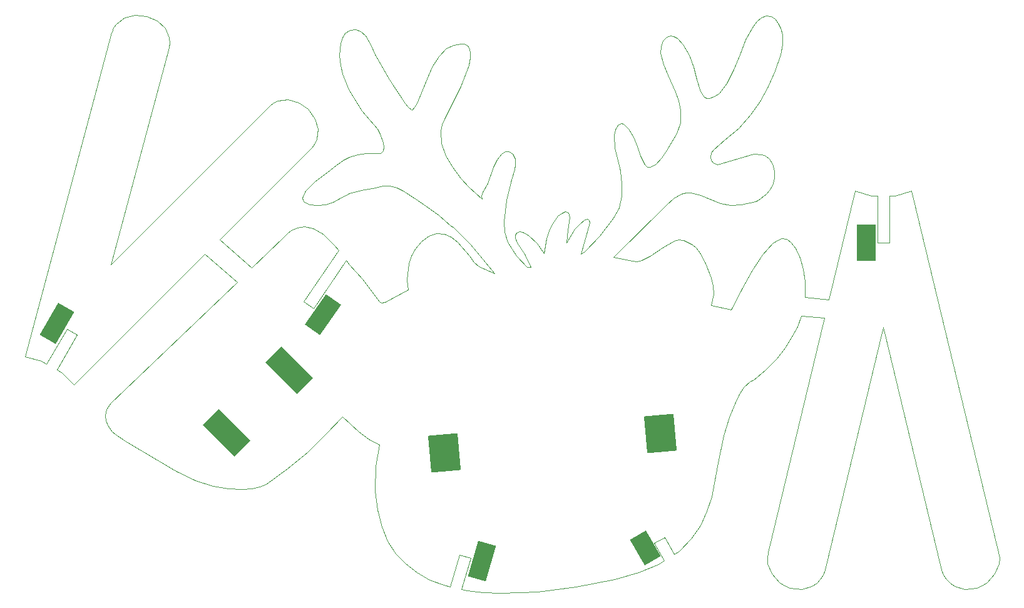
<source format=gtp>
G04*
G04 #@! TF.GenerationSoftware,Altium Limited,Altium Designer,25.1.2 (22)*
G04*
G04 Layer_Color=8421504*
%FSLAX25Y25*%
%MOIN*%
G70*
G04*
G04 #@! TF.SameCoordinates,B79DADAE-6871-4A3D-A662-253F8C0C8E9A*
G04*
G04*
G04 #@! TF.FilePolarity,Positive*
G04*
G01*
G75*
%ADD10C,0.00394*%
%ADD14R,0.09843X0.19685*%
G04:AMPARAMS|DCode=15|XSize=98.43mil|YSize=196.85mil|CornerRadius=0mil|HoleSize=0mil|Usage=FLASHONLY|Rotation=164.000|XOffset=0mil|YOffset=0mil|HoleType=Round|Shape=Rectangle|*
%AMROTATEDRECTD15*
4,1,4,0.07444,0.08105,0.02018,-0.10818,-0.07444,-0.08105,-0.02018,0.10818,0.07444,0.08105,0.0*
%
%ADD15ROTATEDRECTD15*%

G04:AMPARAMS|DCode=16|XSize=98.43mil|YSize=157.48mil|CornerRadius=0mil|HoleSize=0mil|Usage=FLASHONLY|Rotation=210.000|XOffset=0mil|YOffset=0mil|HoleType=Round|Shape=Rectangle|*
%AMROTATEDRECTD16*
4,1,4,0.00325,0.09280,0.08199,-0.04359,-0.00325,-0.09280,-0.08199,0.04359,0.00325,0.09280,0.0*
%
%ADD16ROTATEDRECTD16*%

G04:AMPARAMS|DCode=17|XSize=98.43mil|YSize=196.85mil|CornerRadius=0mil|HoleSize=0mil|Usage=FLASHONLY|Rotation=150.000|XOffset=0mil|YOffset=0mil|HoleType=Round|Shape=Rectangle|*
%AMROTATEDRECTD17*
4,1,4,0.09183,0.06063,-0.00659,-0.10985,-0.09183,-0.06063,0.00659,0.10985,0.09183,0.06063,0.0*
%
%ADD17ROTATEDRECTD17*%

G04:AMPARAMS|DCode=18|XSize=98.43mil|YSize=196.85mil|CornerRadius=0mil|HoleSize=0mil|Usage=FLASHONLY|Rotation=145.000|XOffset=0mil|YOffset=0mil|HoleType=Round|Shape=Rectangle|*
%AMROTATEDRECTD18*
4,1,4,0.09677,0.05240,-0.01614,-0.10885,-0.09677,-0.05240,0.01614,0.10885,0.09677,0.05240,0.0*
%
%ADD18ROTATEDRECTD18*%

G04:AMPARAMS|DCode=19|XSize=118.11mil|YSize=236.22mil|CornerRadius=0mil|HoleSize=0mil|Usage=FLASHONLY|Rotation=45.000|XOffset=0mil|YOffset=0mil|HoleType=Round|Shape=Rectangle|*
%AMROTATEDRECTD19*
4,1,4,0.04176,-0.12528,-0.12528,0.04176,-0.04176,0.12528,0.12528,-0.04176,0.04176,-0.12528,0.0*
%
%ADD19ROTATEDRECTD19*%

G04:AMPARAMS|DCode=20|XSize=157.48mil|YSize=196.85mil|CornerRadius=0mil|HoleSize=0mil|Usage=FLASHONLY|Rotation=5.000|XOffset=0mil|YOffset=0mil|HoleType=Round|Shape=Rectangle|*
%AMROTATEDRECTD20*
4,1,4,-0.06986,-0.10491,-0.08702,0.09119,0.06986,0.10491,0.08702,-0.09119,-0.06986,-0.10491,0.0*
%
%ADD20ROTATEDRECTD20*%

D10*
X28060Y140033D02*
X33514Y136883D01*
X340969Y25947D02*
X346425Y29096D01*
X237287Y19760D02*
X243311Y17919D01*
X154271Y154517D02*
X159492Y150993D01*
X346425Y29096D02*
X351654Y20038D01*
X340969Y25947D02*
X346356Y16617D01*
X238240Y1334D02*
X243311Y17919D01*
X232094Y2773D02*
X237287Y19760D01*
X466042Y185813D02*
Y211054D01*
X459742Y185813D02*
X459742Y211054D01*
X159492Y150993D02*
X176797Y176645D01*
X154271Y154517D02*
X172752Y181913D01*
X22714Y118177D02*
X33514Y136883D01*
X17258Y121322D02*
X28060Y140033D01*
X109397Y187648D02*
X158440Y236689D01*
X160090Y238791D01*
X51467Y100555D02*
X118882Y165087D01*
X101532Y179784D02*
X118882Y165087D01*
X31893Y110145D02*
X101532Y179784D01*
X109397Y187648D02*
X126622Y172496D01*
X143640Y188786D01*
X401470Y20882D02*
X431514Y145975D01*
X419051Y146821D02*
X431514Y145975D01*
X421082Y156839D02*
X433849Y155698D01*
X447777Y213688D01*
X371223Y152486D02*
X372376Y158528D01*
X371223Y152486D02*
X381725Y150247D01*
X387622Y161173D01*
X209318Y166140D02*
X209774Y161007D01*
X201181Y156299D02*
X209774Y161007D01*
X197638Y154331D02*
X201181Y156299D01*
X195669Y153937D02*
X197638Y154331D01*
X194453Y154734D02*
X195669Y153937D01*
X143640Y188786D02*
X145453Y190893D01*
X512530Y2096D02*
X515526Y3301D01*
X134186Y57225D02*
X145418Y65459D01*
X156050Y74434D01*
X130776Y56007D02*
X134186Y57225D01*
X49695Y88737D02*
X52354Y85266D01*
X48753Y91165D02*
X49695Y88737D01*
X48513Y93981D02*
X48753Y91165D01*
X126666Y55107D02*
X130776Y56007D01*
X48513Y93981D02*
X49307Y97129D01*
X51467Y100555D01*
X52354Y85266D02*
X53831Y84010D01*
X121088Y54567D02*
X126666Y55107D01*
X82449Y289978D02*
X82450D01*
X136171Y258961D02*
Y258962D01*
Y258961D02*
X138274Y260610D01*
X140671Y261708D02*
X146016Y262280D01*
X138274Y260610D02*
X140671Y261708D01*
X51433Y174226D02*
X136171Y258962D01*
X51433Y174226D02*
X82450Y289978D01*
X82578Y295248D02*
X82826Y292623D01*
X70643Y306768D02*
X76295Y304184D01*
X80401Y300163D01*
X82578Y295248D01*
X82449Y289978D02*
X82826Y292623D01*
X53019Y300608D02*
X54545Y302758D01*
X64455Y307355D02*
X70643Y306768D01*
X22714Y118177D02*
X25442Y116600D01*
X54545Y302758D02*
X58889Y305926D01*
X64455Y307355D01*
X52024Y298128D02*
X53019Y300608D01*
X52015Y298080D02*
X52024Y298128D01*
X53831Y84010D02*
X59050Y80366D01*
X86129Y64316D01*
X96563Y59262D01*
X105935Y56229D01*
X114144Y54803D01*
X121088Y54567D01*
X14531Y122900D02*
X17258Y121323D01*
X25442Y116600D02*
X31893Y110145D01*
X5708Y125263D02*
X14531Y122900D01*
X5708Y125263D02*
X52015Y298080D01*
X515526Y3301D02*
X518183Y4982D01*
X522288Y9468D01*
X145453Y190893D02*
X147672Y192641D01*
X368928Y42820D02*
X371390Y50719D01*
X374669Y67051D02*
X378005Y83273D01*
X371390Y50719D02*
X374669Y67051D01*
X365465Y35265D02*
X368928Y42820D01*
X421082Y156839D02*
X421227Y165413D01*
X411547Y187792D02*
X413995Y186047D01*
X416347Y182824D01*
X418591Y177977D01*
X420312Y172093D01*
X459742Y185813D02*
X466042D01*
X420312Y172093D02*
X421227Y165413D01*
X456592Y211054D02*
X459742D01*
X372117Y163025D02*
X372376Y158528D01*
X371189Y167252D02*
X372117Y163025D01*
X368202Y174886D02*
X371189Y167252D01*
X365081Y180688D02*
X368202Y174886D01*
X331766Y176102D02*
X334176Y176652D01*
X338847Y178928D01*
X353929Y187571D02*
X356419Y187305D01*
X361248Y185079D02*
X363321Y183225D01*
X356419Y187305D02*
X361248Y185079D01*
X345055Y183330D02*
X351449Y186935D01*
X338847Y178928D02*
X345055Y183330D01*
X363321Y183225D02*
X365081Y180688D01*
X351449Y186935D02*
X353929Y187571D01*
X360666Y28176D02*
X365465Y35265D01*
X343237Y14603D02*
X346356Y16617D01*
X354192Y21678D02*
X360666Y28176D01*
X351654Y20038D02*
X354192Y21678D01*
X431878Y11732D02*
X431880D01*
X430882Y8966D02*
X431878Y11732D01*
X429355Y6568D02*
X430882Y8966D01*
X401078Y17880D02*
X401325Y14952D01*
X403502Y9468D01*
X401078Y17880D02*
X401456Y20831D01*
X401470Y20882D01*
X332682Y10180D02*
X343237Y14603D01*
X417071Y141410D02*
X419051Y146821D01*
X414312Y135807D02*
X417071Y141410D01*
X410669Y130067D02*
X414312Y135807D01*
X406040Y124246D02*
X410669Y130067D01*
X398391Y179481D02*
X403780Y185627D01*
X409020Y188206D02*
X411547Y187792D01*
X400323Y118401D02*
X406040Y124246D01*
X403780Y185627D02*
X406426Y187436D01*
X431880Y11732D02*
X462895Y140874D01*
X447777Y213688D02*
X456592Y211054D01*
X406426Y187436D02*
X409020Y188206D01*
X383741Y100219D02*
X386348Y105429D01*
X393413Y112588D02*
X400323Y118401D01*
X387622Y161173D02*
X392967Y170939D01*
X392115Y112129D02*
X393413Y112588D01*
X392967Y170939D02*
X398391Y179481D01*
X386348Y105429D02*
X388668Y108922D01*
X392115Y112129D01*
X378005Y83273D02*
X380932Y92948D01*
X383741Y100219D01*
X466042Y211054D02*
X469191D01*
X478013Y213688D01*
X524320Y20882D01*
X462895Y140874D02*
X493910Y11732D01*
X522288Y9468D02*
X524465Y14952D01*
X493912Y11732D02*
X494908Y8966D01*
X524334Y20831D02*
X524712Y17880D01*
X524320Y20882D02*
X524334Y20831D01*
X493910Y11732D02*
X493912D01*
X494908Y8966D02*
X496434Y6568D01*
X524465Y14952D02*
X524712Y17880D01*
X168144Y224604D02*
X170106Y226438D01*
X160075Y218589D02*
X168144Y224604D01*
X175098Y229874D02*
X178623Y231564D01*
X182777Y232901D01*
X178566Y212201D02*
X185015Y214018D01*
X172983Y209143D02*
X178566Y212201D01*
X170106Y226438D02*
X175098Y229874D01*
X227051Y245624D02*
X227738Y248880D01*
X229123Y252049D01*
X227051Y245624D02*
X227476Y238986D01*
X229805Y232396D01*
X233443Y226118D02*
X237795Y220416D01*
X229123Y252049D02*
X237953Y269214D01*
X229805Y232396D02*
X233443Y226118D01*
X324576Y249175D02*
X327337Y246662D01*
X323034Y249491D02*
X324576Y249175D01*
X322749Y224232D02*
X323608Y217752D01*
X319880Y236751D02*
X322749Y224232D01*
X321519Y248776D02*
X323034Y249491D01*
X320123Y246379D02*
X321519Y248776D01*
X323606Y211085D02*
X323608Y217752D01*
X319433Y243298D02*
X319880Y236751D01*
X319433Y243298D02*
X320123Y246379D01*
X213206Y258142D02*
X214359Y260140D01*
X199884Y272779D02*
X208330Y260269D01*
X209960Y258198D01*
X211782Y256725D01*
X213206Y258142D01*
X214359Y260140D02*
X219813Y273317D01*
X347612Y235253D02*
X352920Y244328D01*
X338622Y226152D02*
X341486Y227718D01*
X329787Y242312D02*
X331743Y237339D01*
X341486Y227718D02*
X344695Y231179D01*
X327337Y246662D02*
X329787Y242312D01*
X331743Y237339D02*
X333632Y232276D01*
X335880Y227656D01*
X337163Y226358D01*
X338622Y226152D01*
X344695Y231179D02*
X347612Y235253D01*
X352920Y244328D02*
X354860Y250084D01*
X178924Y299326D02*
X181764Y299616D01*
X184565Y298591D01*
X187084Y296418D01*
X174911Y276090D02*
X178301Y267707D01*
X173746Y280711D02*
X174911Y276090D01*
X173141Y285621D02*
X173746Y280711D01*
X189795Y291701D02*
X192146Y286440D01*
X199884Y272779D01*
X193429Y246550D02*
X193857Y245960D01*
X185334Y256144D02*
X193429Y246550D01*
X178301Y267707D02*
X185334Y256144D01*
X173695Y292340D02*
X174724Y295284D01*
X176286Y297558D01*
X173141Y285621D02*
X173695Y292340D01*
X187084Y296418D02*
X189795Y291701D01*
X176286Y297558D02*
X178924Y299326D01*
X194869Y243879D02*
X196469Y239372D01*
X203703Y215268D02*
X207246Y213610D01*
X213756Y209319D01*
X192561Y215115D02*
X196307Y216285D01*
X193857Y245960D02*
X194869Y243879D01*
X182777Y232901D02*
X187517Y233632D01*
X192800Y233507D01*
X195250Y233766D01*
X196498Y235047D01*
X196815Y237024D01*
X196469Y239372D02*
X196815Y237024D01*
X196307Y216285D02*
X200038Y216248D01*
X185015Y214018D02*
X192561Y215115D01*
X200038Y216248D02*
X203703Y215268D01*
X160216Y252067D02*
X161761Y246532D01*
X155141Y213637D02*
X160075Y218589D01*
X161189Y241187D02*
X161761Y246532D01*
X160090Y238791D02*
X161189Y241187D01*
X153547Y210029D02*
X155141Y213637D01*
X156612Y257132D02*
X160216Y252067D01*
X371211Y233977D02*
X372358Y235657D01*
X370853Y231640D02*
X371282Y229871D01*
X372157Y228685D01*
X357797Y212563D02*
X360380Y212488D01*
X355227Y212028D02*
X357797Y212563D01*
X351186Y209645D02*
X355227Y212028D01*
X372157Y228685D02*
X374434Y227732D01*
X370853Y231640D02*
X371211Y233977D01*
X360380Y212488D02*
X365497Y211174D01*
X242906Y287758D02*
X242928Y284776D01*
X237953Y269214D02*
X242197Y280777D01*
X242928Y284776D01*
X242262Y289850D02*
X242906Y287758D01*
X239638Y291874D02*
X241129Y291179D01*
X230188Y289694D02*
X234325Y291428D01*
X237919Y292062D01*
X239638Y291874D01*
X222636Y279771D02*
X226061Y285429D01*
X241129Y291179D02*
X242262Y289850D01*
X219813Y273317D02*
X222636Y279771D01*
X226061Y285429D02*
X230188Y289694D01*
X359393Y286101D02*
X361873Y279650D01*
X349498Y296160D02*
X351330Y295835D01*
X353054Y294839D01*
X361873Y279650D02*
X363641Y273043D01*
X345888Y280828D02*
X348263Y275153D01*
X345599Y293480D02*
X347395Y295466D01*
X344261Y287103D02*
X345888Y280828D01*
X344443Y290570D02*
X345599Y293480D01*
X344261Y287103D02*
X344443Y290570D01*
X356144Y291589D02*
X359393Y286101D01*
X347395Y295466D02*
X349498Y296160D01*
X353054Y294839D02*
X356144Y291589D01*
X367585Y263557D02*
X368872Y262833D01*
X365599Y266589D02*
X367585Y263557D01*
X370260Y262839D02*
X372889Y263888D01*
X354860Y250084D02*
X354884Y256611D01*
X353727Y261659D02*
X354884Y256611D01*
X352089Y266330D02*
X353727Y261659D01*
X348263Y275153D02*
X352089Y266330D01*
X368872Y262833D02*
X370260Y262839D01*
X363641Y273043D02*
X365599Y266589D01*
X264940Y219472D02*
X266609Y224815D01*
X255084Y226325D02*
X257076Y230212D01*
X259497Y233414D01*
X261444Y234623D01*
X263548Y234609D01*
X265426Y233302D01*
X266697Y230631D01*
X266987Y227677D01*
X242266Y215553D02*
X249187Y209397D01*
X248761Y210825D02*
X249187Y209397D01*
X248761Y210825D02*
X249638Y212878D01*
X252059Y217449D01*
X262103Y208757D02*
X264940Y219472D01*
X252059Y217449D02*
X255084Y226325D01*
X237795Y220416D02*
X242266Y215553D01*
X266609Y224815D02*
X266987Y227677D01*
X506342Y1441D02*
X509395Y1468D01*
X498415Y4578D02*
X500777Y3035D01*
X496434Y6568D02*
X498415Y4578D01*
X425012Y3035D02*
X427374Y4578D01*
X509395Y1468D02*
X512530Y2096D01*
X500777Y3035D02*
X506342Y1441D01*
X413260Y2096D02*
X416394Y1468D01*
X419448Y1441D02*
X425012Y3035D01*
X427374Y4578D02*
X429355Y6568D01*
X407607Y4982D02*
X410264Y3301D01*
X403502Y9468D02*
X407607Y4982D01*
X410264Y3301D02*
X413260Y2096D01*
X147672Y192641D02*
X150722Y194066D01*
X154571Y194577D01*
X159187Y193584D01*
X164538Y190498D01*
X170591Y184727D01*
X153547Y210029D02*
X153772Y208687D01*
X154557Y207631D01*
X169962Y207483D02*
X172983Y209143D01*
X165875Y206369D02*
X169962Y207483D01*
X161455Y205933D02*
X165875Y206369D01*
X157438Y206310D02*
X161455Y205933D01*
X151548Y260735D02*
X156612Y257132D01*
X154557Y207631D02*
X157438Y206310D01*
X146016Y262280D02*
X151548Y260735D01*
X319752Y6605D02*
X332682Y10180D01*
X299115Y2626D02*
X319752Y6605D01*
X259208Y-809D02*
X278740Y0D01*
X299115Y2626D01*
X228804Y3544D02*
X232094Y2773D01*
X241097Y663D02*
X249939Y-387D01*
X238240Y1334D02*
X241097Y663D01*
X174982Y93117D02*
X183474Y85168D01*
X188722Y81395D01*
X165948Y83778D02*
X174982Y93117D01*
X192351Y53582D02*
X192553Y67011D01*
X194369Y78414D01*
X188722Y81395D02*
X194369Y78414D01*
X156050Y74434D02*
X165948Y83778D01*
X221319Y6437D02*
X228804Y3544D01*
X176797Y176645D02*
X178684Y174188D01*
X170591Y184727D02*
X172752Y181913D01*
X249939Y-387D02*
X259208Y-809D01*
X203290Y20399D02*
X208487Y14804D01*
X193459Y43546D02*
X195701Y34710D01*
X199003Y27014D01*
X203290Y20399D01*
X208487Y14804D02*
X214522Y10170D01*
X221319Y6437D01*
X192351Y53582D02*
X193459Y43546D01*
X397846Y306089D02*
X400422Y307094D01*
X403095Y306640D01*
X393409Y301250D02*
X395473Y304012D01*
X397846Y306089D01*
X403095Y306640D02*
X405091Y305206D01*
X406875Y303104D01*
X389628Y294120D02*
X393409Y301250D01*
X386477Y286211D02*
X389628Y294120D01*
X406875Y303104D02*
X408268Y300385D01*
X416394Y1468D02*
X419448Y1441D01*
X409091Y297103D02*
X409188Y291670D01*
X408262Y286403D02*
X409188Y291670D01*
X408268Y300385D02*
X409091Y297103D01*
X306308Y197871D02*
X306468Y196564D01*
X304004Y198156D02*
X305661Y198475D01*
X306308Y197871D01*
X301834Y180089D02*
X303929Y181345D01*
X304103Y188362D02*
X306468Y196564D01*
X311907Y189575D02*
X319287Y199121D01*
X303929Y181345D02*
X311907Y189575D01*
X301834Y180089D02*
X304103Y188362D01*
X210344Y175041D02*
X211665Y179049D01*
X273031Y173025D02*
X275287Y173093D01*
X267634Y179032D02*
X273031Y173025D01*
X271871Y179994D02*
X275287Y173093D01*
X211665Y179049D02*
X213480Y182525D01*
X216875Y186710D01*
X236245Y186275D02*
X242377Y179017D01*
X232845Y188971D02*
X236245Y186275D01*
X242377Y179017D02*
X244791Y175707D01*
X251320Y175293D02*
X255737Y169525D01*
X244791Y175707D02*
X247518Y173207D01*
X255737Y169525D01*
X242813Y185204D02*
X251320Y175293D01*
X220759Y189610D02*
X224932Y190997D01*
X216875Y186710D02*
X220759Y189610D01*
X233923Y194185D02*
X242813Y185204D01*
X232429Y195103D02*
X233923Y194185D01*
X224932Y190997D02*
X229195Y190647D01*
X232845Y188971D01*
X209318Y166140D02*
X210344Y175041D01*
X185361Y166718D02*
X194453Y154734D01*
X178684Y174188D02*
X185361Y166718D01*
X270732Y191718D02*
X273944Y189931D01*
X278366Y185692D01*
X282284Y180332D01*
X260743Y197331D02*
X261170Y191485D01*
X267905Y186089D02*
X271871Y179994D01*
X282284Y180332D02*
X283613Y188401D01*
X260743Y197331D02*
X262103Y208757D01*
X266773Y190045D02*
X266789Y188626D01*
X266773Y190045D02*
X267425Y191195D01*
X269056Y191884D01*
X270732Y191718D01*
X266789Y188626D02*
X267905Y186089D01*
X261170Y191485D02*
X262894Y186317D01*
X267634Y179032D01*
X219140Y205488D02*
X226047Y200598D01*
X232429Y195103D01*
X295102Y201946D02*
X295734Y199607D01*
X293572Y202618D02*
X295102Y201946D01*
X291467Y201774D02*
X293572Y202618D01*
X286334Y195438D02*
X289574Y200115D01*
X291467Y201774D01*
X213756Y209319D02*
X219140Y205488D01*
X301138Y195993D02*
X304004Y198156D01*
X383352Y278267D02*
X386477Y286211D01*
X387090Y206256D02*
X394913Y207906D01*
X374434Y227732D02*
X393791Y233171D01*
X379651Y271032D02*
X383352Y278267D01*
X378563Y240799D02*
X385704Y246793D01*
X375364Y265680D02*
X379651Y271032D01*
X381603Y205908D02*
X387090Y206256D01*
X385704Y246793D02*
X392324Y254161D01*
X319272Y178422D02*
X324288Y177160D01*
X329324Y176158D01*
X319272Y178422D02*
X347435Y206185D01*
X322117Y204504D02*
X323606Y211085D01*
X319287Y199121D02*
X322117Y204504D01*
X329324Y176158D02*
X331766Y176102D01*
X347435Y206185D02*
X351186Y209645D01*
X294047Y185878D02*
X294855Y192757D01*
X284761Y192129D02*
X286334Y195438D01*
X283613Y188401D02*
X284761Y192129D01*
X294047Y185878D02*
X298501Y193148D01*
X294855Y192757D02*
X295734Y199607D01*
X298501Y193148D02*
X301138Y195993D01*
X376183Y207063D02*
X381603Y205908D01*
X365497Y211174D02*
X376183Y207063D01*
X372358Y235657D02*
X378563Y240799D01*
X372889Y263888D02*
X375364Y265680D01*
X397085Y261375D02*
X401380Y269343D01*
X400458Y211812D02*
X402352Y213880D01*
X396328Y208496D02*
X400458Y211812D01*
X404793Y224258D02*
X404843Y220301D01*
X393791Y233171D02*
X398084Y232919D01*
X400170Y232188D01*
X402114Y230729D01*
X403851Y227930D01*
X404793Y224258D01*
X403899Y216643D02*
X404843Y220301D01*
X402352Y213880D02*
X403899Y216643D01*
X392324Y254161D02*
X397085Y261375D01*
X401380Y269343D02*
X405194Y277488D01*
X394913Y207906D02*
X396328Y208496D01*
X405194Y277488D02*
X408262Y286403D01*
D14*
X453740Y186024D02*
D03*
D15*
X249112Y16145D02*
D03*
D16*
X336094Y23134D02*
D03*
D17*
X22747Y143101D02*
D03*
D18*
X164455Y147643D02*
D03*
D19*
X113218Y84478D02*
D03*
X146625Y117884D02*
D03*
D20*
X229137Y74105D02*
D03*
X344092Y84162D02*
D03*
M02*

</source>
